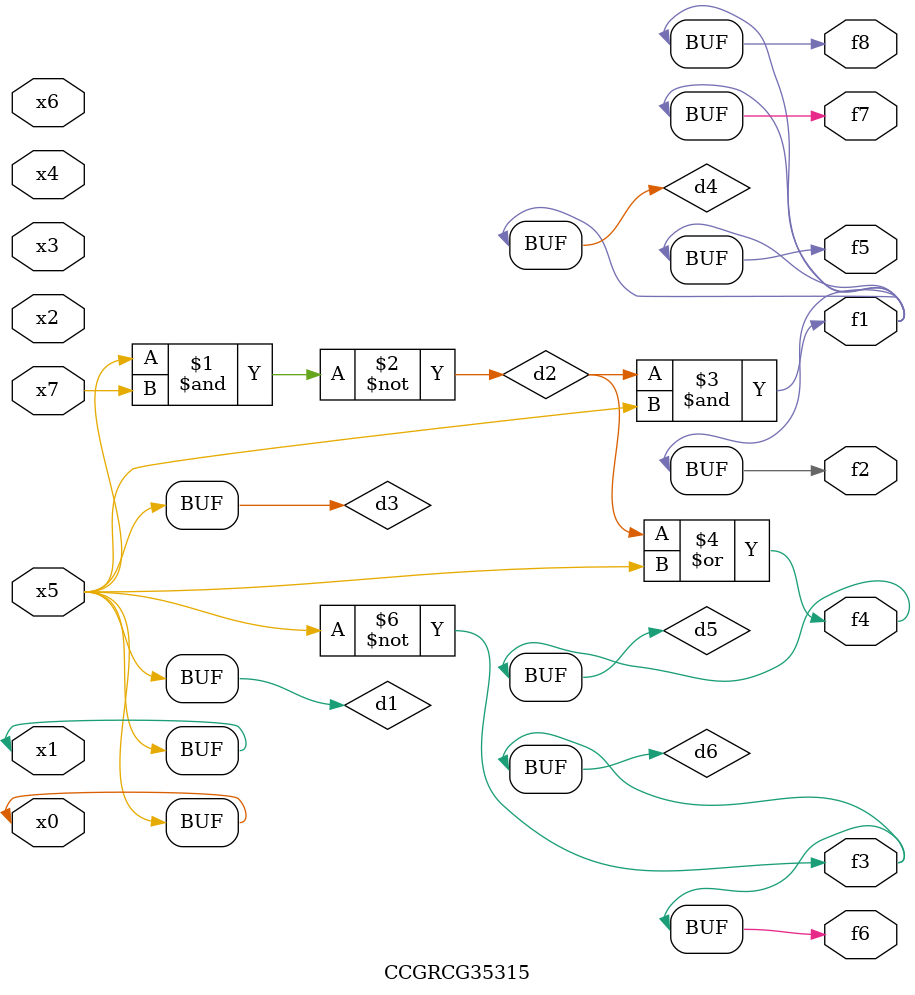
<source format=v>
module CCGRCG35315(
	input x0, x1, x2, x3, x4, x5, x6, x7,
	output f1, f2, f3, f4, f5, f6, f7, f8
);

	wire d1, d2, d3, d4, d5, d6;

	buf (d1, x0, x5);
	nand (d2, x5, x7);
	buf (d3, x0, x1);
	and (d4, d2, d3);
	or (d5, d2, d3);
	nor (d6, d1, d3);
	assign f1 = d4;
	assign f2 = d4;
	assign f3 = d6;
	assign f4 = d5;
	assign f5 = d4;
	assign f6 = d6;
	assign f7 = d4;
	assign f8 = d4;
endmodule

</source>
